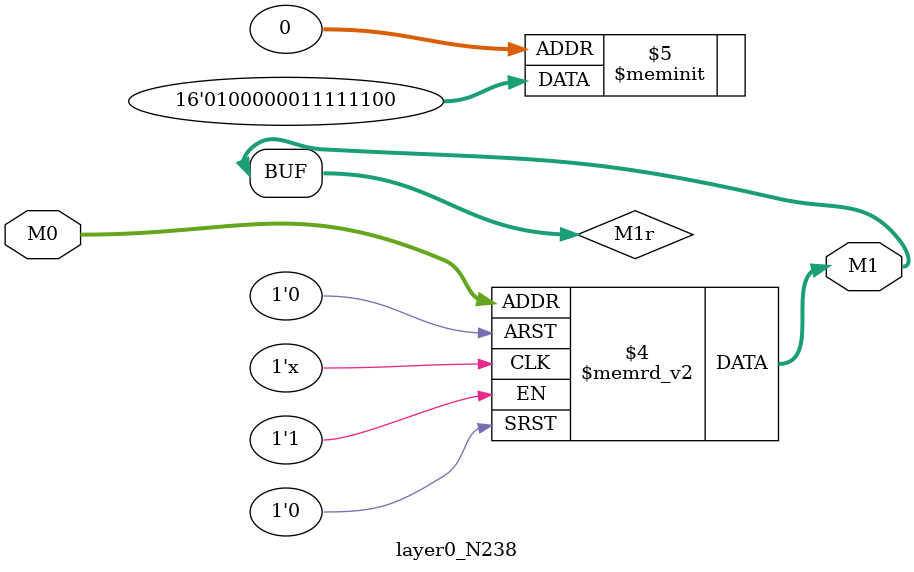
<source format=v>
module layer0_N238 ( input [2:0] M0, output [1:0] M1 );

	(*rom_style = "distributed" *) reg [1:0] M1r;
	assign M1 = M1r;
	always @ (M0) begin
		case (M0)
			3'b000: M1r = 2'b00;
			3'b100: M1r = 2'b00;
			3'b010: M1r = 2'b11;
			3'b110: M1r = 2'b00;
			3'b001: M1r = 2'b11;
			3'b101: M1r = 2'b00;
			3'b011: M1r = 2'b11;
			3'b111: M1r = 2'b01;

		endcase
	end
endmodule

</source>
